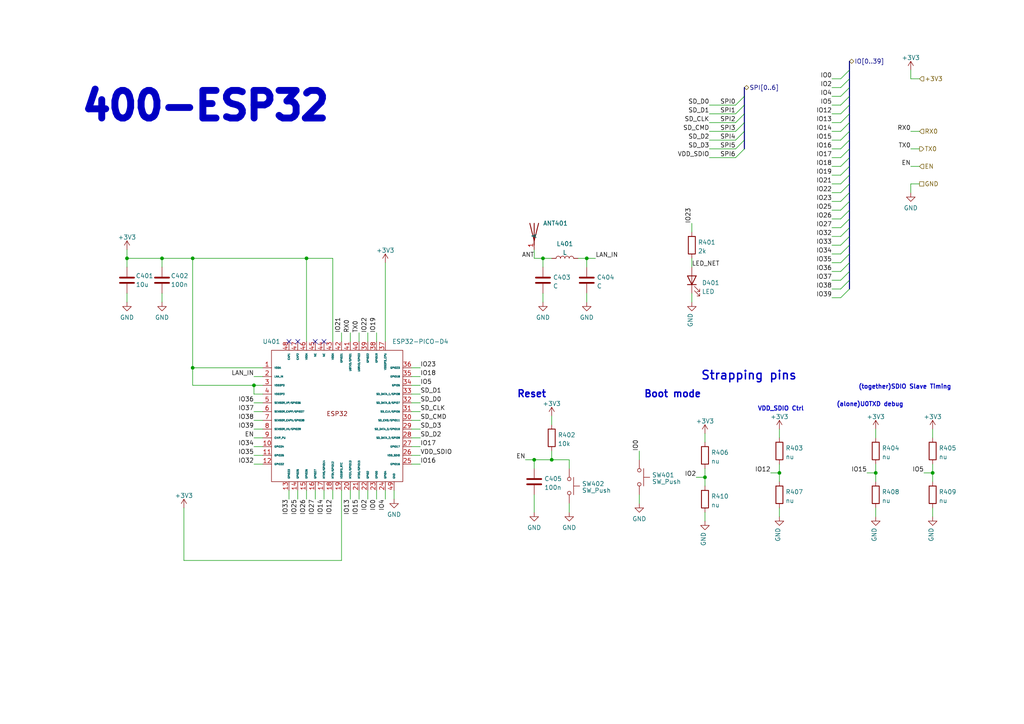
<source format=kicad_sch>
(kicad_sch (version 20230121) (generator eeschema)
  (paper "A4")
  (title_block (title "PSoM - ESP32_PICO_D4") (date "2024-04-17") (rev "HW00") (company "PumaCorp") (comment 1 "Design by: LG for NdG"))
  (lib_symbols
    (symbol "Component lib:2450AT18A100E" (pin_names (offset 0.762))
      (property "Reference" "ANT" (at 6.35 10.16 0))
      (property "Value" "2450AT18A100E" (at 6.35 7.62 0))
      (symbol "2450AT18A100E_0_1"
        (polyline (pts (xy 0 7.62) (xy 0 1.27)) (stroke (width 0.254)))
        (polyline (pts (xy 1.27 7.62) (xy 0 2.54) (xy -1.27 7.62)) (stroke (width 0.254)))
      )
      (symbol "2450AT18A100E_1_1"
        (pin input line (at 0 0 90) (length 2.54) (name "A") (number "1"))
      )
    )
    (symbol "Component lib:C" (pin_numbers hide) (pin_names (offset 0.254))
      (property "Reference" "C" (at 0.635 -1.27 0))
      (property "Value" "C" (at 0.635 -6.35 0))
      (symbol "C_0_1"
        (polyline (pts (xy -2.032 -4.572) (xy 2.032 -4.572)) (stroke (width 0.508)))
        (polyline (pts (xy -2.032 -3.048) (xy 2.032 -3.048)) (stroke (width 0.508)))
      )
      (symbol "C_1_1"
        (pin passive line (at 0 0 270) (length 2.794) (name "~") (number "1"))
        (pin passive line (at 0 -7.62 90) (length 2.794) (name "~") (number "2"))
      )
    )
    (symbol "Component lib:L" (pin_numbers hide) (pin_names (offset 1.016) hide)
      (property "Reference" "L" (at 3.81 -1.27 0))
      (property "Value" "L" (at 3.81 1.905 0))
      (symbol "L_0_1"
        (arc (start 2.54 0) (mid 1.905 0.6323) (end 1.27 0))
        (arc (start 3.81 0) (mid 3.175 0.6323) (end 2.54 0))
        (arc (start 5.08 0) (mid 4.445 0.6323) (end 3.81 0))
        (arc (start 6.35 0) (mid 5.715 0.6323) (end 5.08 0))
      )
      (symbol "L_1_1"
        (pin passive line (at 0 0 0) (length 1.27) (name "1") (number "1"))
        (pin passive line (at 7.62 0 180) (length 1.27) (name "2") (number "2"))
      )
    )
    (symbol "Component lib:LED" (pin_numbers hide) (pin_names (offset 1.016) hide)
      (property "Reference" "D" (at 3.81 2.54 0))
      (property "Value" "LED" (at 3.81 -2.54 0))
      (symbol "LED_0_1"
        (polyline (pts (xy 2.54 -1.27) (xy 2.54 1.27)) (stroke (width 0.254)))
        (polyline (pts (xy 2.54 0) (xy 5.08 0)))
        (polyline (pts (xy 5.08 -1.27) (xy 5.08 1.27) (xy 2.54 0) (xy 5.08 -1.27)) (stroke (width 0.254)))
        (polyline (pts (xy 0.762 -0.762) (xy -0.762 -2.286) (xy 0 -2.286) (xy -0.762 -2.286) (xy -0.762 -1.524)))
        (polyline (pts (xy 2.032 -0.762) (xy 0.508 -2.286) (xy 1.27 -2.286) (xy 0.508 -2.286) (xy 0.508 -1.524)))
      )
      (symbol "LED_1_1"
        (pin passive line (at 0 0 0) (length 2.54) (name "K") (number "1"))
        (pin passive line (at 7.62 0 180) (length 2.54) (name "A") (number "2"))
      )
    )
    (symbol "Component lib:R" (pin_numbers hide) (pin_names (offset 0))
      (property "Reference" "R" (at 2.032 -3.81 90))
      (property "Value" "R" (at 0 -3.81 90))
      (symbol "R_0_1"
        (rectangle (start -1.016 -6.35) (end 1.016 -1.27) (stroke (width 0.254)))
      )
      (symbol "R_1_1"
        (pin passive line (at 0 0 270) (length 1.27) (name "~") (number "1"))
        (pin passive line (at 0 -7.62 90) (length 1.27) (name "~") (number "2"))
      )
    )
    (symbol "Component_lib:ESP32-PICO-D4" (pin_names (offset 0.762))
      (property "Reference" "U" (at 17.78 -10.16 0))
      (property "Value" "ESP32-PICO-D4" (at 37.465 6.985 0))
      (symbol "ESP32-PICO-D4_0_0"
        (text "ESP32" (at 21.59 -13.335 0) (effects (font (size 1.27 1.27))))
      )
      (symbol "ESP32-PICO-D4_0_1"
        (rectangle (start 2.54 5.08) (end 40.64 -33.02))
      )
      (symbol "ESP32-PICO-D4_1_1"
        (pin power_in line (at 0 0 0) (length 2.54) (name "VDDA") (number "1"))
        (pin bidirectional line (at 0 -22.86 0) (length 2.54) (name "GPIO34") (number "10"))
        (pin bidirectional line (at 0 -25.4 0) (length 2.54) (name "GPIO35") (number "11"))
        (pin bidirectional line (at 0 -27.94 0) (length 2.54) (name "GPIO32") (number "12"))
        (pin bidirectional line (at 7.62 -35.56 90) (length 2.54) (name "GPIO33") (number "13"))
        (pin bidirectional line (at 10.16 -35.56 90) (length 2.54) (name "GPIO25") (number "14"))
        (pin bidirectional line (at 12.7 -35.56 90) (length 2.54) (name "GPIO26") (number "15"))
        (pin bidirectional line (at 15.24 -35.56 90) (length 2.54) (name "GPIO27") (number "16"))
        (pin bidirectional line (at 17.78 -35.56 90) (length 2.54) (name "MTMS/GPIO14") (number "17"))
        (pin bidirectional line (at 20.32 -35.56 90) (length 2.54) (name "MTDI/GPIO12") (number "18"))
        (pin power_in line (at 22.86 -35.56 90) (length 2.54) (name "VDD3P3_RTC") (number "19"))
        (pin bidirectional line (at 0 -2.54 0) (length 2.54) (name "LNA_IN") (number "2"))
        (pin bidirectional line (at 25.4 -35.56 90) (length 2.54) (name "MTCK/GPIO13") (number "20"))
        (pin bidirectional line (at 27.94 -35.56 90) (length 2.54) (name "MTDO/GPIO15") (number "21"))
        (pin bidirectional line (at 30.48 -35.56 90) (length 2.54) (name "GPIO2") (number "22"))
        (pin bidirectional line (at 33.02 -35.56 90) (length 2.54) (name "GPIO0") (number "23"))
        (pin bidirectional line (at 35.56 -35.56 90) (length 2.54) (name "GPIO4") (number "24"))
        (pin bidirectional line (at 43.18 -27.94 180) (length 2.54) (name "GPIO16") (number "25"))
        (pin power_in line (at 43.18 -25.4 180) (length 2.54) (name "VDD_SDIO") (number "26"))
        (pin bidirectional line (at 43.18 -22.86 180) (length 2.54) (name "GPIO17") (number "27"))
        (pin bidirectional line (at 43.18 -20.32 180) (length 2.54) (name "SD_DATA_2/GPIO9") (number "28"))
        (pin bidirectional line (at 43.18 -17.78 180) (length 2.54) (name "SD_DATA_3/GPIO10") (number "29"))
        (pin power_in line (at 0 -5.08 0) (length 2.54) (name "VDD3P3") (number "3"))
        (pin bidirectional line (at 43.18 -15.24 180) (length 2.54) (name "SD_CMD/GPIO11") (number "30"))
        (pin bidirectional line (at 43.18 -12.7 180) (length 2.54) (name "SD_CLK/GPIO6") (number "31"))
        (pin bidirectional line (at 43.18 -10.16 180) (length 2.54) (name "SD_DATA_0/GPIO7") (number "32"))
        (pin bidirectional line (at 43.18 -7.62 180) (length 2.54) (name "SD_DATA_1/GPIO8") (number "33"))
        (pin bidirectional line (at 43.18 -5.08 180) (length 2.54) (name "GPIO5") (number "34"))
        (pin bidirectional line (at 43.18 -2.54 180) (length 2.54) (name "GPIO18") (number "35"))
        (pin bidirectional line (at 43.18 0 180) (length 2.54) (name "GPIO23") (number "36"))
        (pin power_in line (at 35.56 7.62 270) (length 2.54) (name "VDD3P3_CPU") (number "37"))
        (pin bidirectional line (at 33.02 7.62 270) (length 2.54) (name "GPIO19") (number "38"))
        (pin bidirectional line (at 30.48 7.62 270) (length 2.54) (name "GPIO22") (number "39"))
        (pin power_in line (at 0 -7.62 0) (length 2.54) (name "VDD3P3") (number "4"))
        (pin bidirectional line (at 27.94 7.62 270) (length 2.54) (name "U0RXD/GPIO3") (number "40"))
        (pin bidirectional line (at 25.4 7.62 270) (length 2.54) (name "U0TXD/GPIO1") (number "41"))
        (pin bidirectional line (at 22.86 7.62 270) (length 2.54) (name "GPIO21") (number "42"))
        (pin power_in line (at 20.32 7.62 270) (length 2.54) (name "VDDA") (number "43"))
        (pin power_in line (at 17.78 7.62 270) (length 2.54) (name "NC") (number "44"))
        (pin bidirectional line (at 15.24 7.62 270) (length 2.54) (name "NC") (number "45"))
        (pin power_in line (at 12.7 7.62 270) (length 2.54) (name "VDDA") (number "46"))
        (pin bidirectional line (at 10.16 7.62 270) (length 2.54) (name "CAP2") (number "47"))
        (pin bidirectional line (at 7.62 7.62 270) (length 2.54) (name "CAP1") (number "48"))
        (pin power_in line (at 38.1 -35.56 90) (length 2.54) (name "GND") (number "49"))
        (pin bidirectional line (at 0 -10.16 0) (length 2.54) (name "SENSOR_VP/GPIO36") (number "5"))
        (pin bidirectional line (at 0 -12.7 0) (length 2.54) (name "SENSOR_CAPP/GPIO37") (number "6"))
        (pin bidirectional line (at 0 -15.24 0) (length 2.54) (name "SENSOR_CAPN/GPIO38") (number "7"))
        (pin bidirectional line (at 0 -17.78 0) (length 2.54) (name "SENSOR_VN/GPIO39") (number "8"))
        (pin bidirectional line (at 0 -20.32 0) (length 2.54) (name "CHIP_PU") (number "9"))
      )
    )
    (symbol "Switch:SW_Push" (pin_numbers hide) (pin_names (offset 1.016) hide)
      (property "Reference" "SW" (at 1.27 2.54 0))
      (property "Value" "SW_Push" (at 0 -1.524 0))
      (symbol "SW_Push_0_1"
        (circle (center -2.032 0) (radius 0.508))
        (polyline (pts (xy 0 1.27) (xy 0 3.048)))
        (polyline (pts (xy 2.54 1.27) (xy -2.54 1.27)))
        (circle (center 2.032 0) (radius 0.508))
        (pin passive line (at -5.08 0 0) (length 2.54) (name "1") (number "1"))
        (pin passive line (at 5.08 0 180) (length 2.54) (name "2") (number "2"))
      )
    )
    (symbol "power:+3V3" (power) (pin_names (offset 0))
      (property "Value" "+3V3" (at 0 3.556 0))
      (symbol "+3V3_0_1"
        (polyline (pts (xy -0.762 1.27) (xy 0 2.54)))
        (polyline (pts (xy 0 0) (xy 0 2.54)))
        (polyline (pts (xy 0 2.54) (xy 0.762 1.27)))
      )
      (symbol "+3V3_1_1"
        (pin power_in line (at 0 0 90) (length 0) hide (name "+3V3") (number "1"))
      )
    )
    (symbol "power:GND" (power) (pin_names (offset 0))
      (property "Value" "GND" (at 0 -3.81 0))
      (symbol "GND_0_1"
        (polyline (pts (xy 0 0) (xy 0 -1.27) (xy 1.27 -1.27) (xy 0 -2.54) (xy -1.27 -1.27) (xy 0 -1.27)))
      )
      (symbol "GND_1_1"
        (pin power_in line (at 0 0 270) (length 0) hide (name "GND") (number "1"))
      )
    )
  )
  (junction (at 46.99 74.93))
  (junction (at 154.94 133.35))
  (junction (at 36.83 74.93))
  (junction (at 160.02 133.35))
  (junction (at 170.18 74.93))
  (junction (at 55.88 106.68))
  (junction (at 157.48 74.93))
  (junction (at 254 137.16))
  (junction (at 226.06 137.16))
  (junction (at 88.9 74.93))
  (junction (at 55.88 74.93))
  (junction (at 204.47 138.43))
  (junction (at 270.51 137.16))
  (junction (at 73.66 111.76))
  (no_connect (at 91.44 99.06))
  (no_connect (at 83.82 99.06))
  (no_connect (at 93.98 99.06))
  (no_connect (at 86.36 99.06))
  (bus_entry (at 243.84 30.48) (size 2.54 -2.54))
  (bus_entry (at 243.84 38.1) (size 2.54 -2.54))
  (bus_entry (at 243.84 43.18) (size 2.54 -2.54))
  (bus_entry (at 213.36 43.18) (size 2.54 -2.54))
  (bus_entry (at 243.84 55.88) (size 2.54 -2.54))
  (bus_entry (at 243.84 53.34) (size 2.54 -2.54))
  (bus_entry (at 243.84 33.02) (size 2.54 -2.54))
  (bus_entry (at 243.84 66.04) (size 2.54 -2.54))
  (bus_entry (at 243.84 81.28) (size 2.54 -2.54))
  (bus_entry (at 243.84 45.72) (size 2.54 -2.54))
  (bus_entry (at 213.36 45.72) (size 2.54 -2.54))
  (bus_entry (at 243.84 58.42) (size 2.54 -2.54))
  (bus_entry (at 243.84 40.64) (size 2.54 -2.54))
  (bus_entry (at 243.84 71.12) (size 2.54 -2.54))
  (bus_entry (at 213.36 35.56) (size 2.54 -2.54))
  (bus_entry (at 243.84 60.96) (size 2.54 -2.54))
  (bus_entry (at 243.84 78.74) (size 2.54 -2.54))
  (bus_entry (at 243.84 86.36) (size 2.54 -2.54))
  (bus_entry (at 213.36 38.1) (size 2.54 -2.54))
  (bus_entry (at 243.84 68.58) (size 2.54 -2.54))
  (bus_entry (at 243.84 76.2) (size 2.54 -2.54))
  (bus_entry (at 243.84 35.56) (size 2.54 -2.54))
  (bus_entry (at 213.36 40.64) (size 2.54 -2.54))
  (bus_entry (at 243.84 73.66) (size 2.54 -2.54))
  (bus_entry (at 243.84 25.4) (size 2.54 -2.54))
  (bus_entry (at 243.84 83.82) (size 2.54 -2.54))
  (bus_entry (at 243.84 22.86) (size 2.54 -2.54))
  (bus_entry (at 213.36 30.48) (size 2.54 -2.54))
  (bus_entry (at 243.84 48.26) (size 2.54 -2.54))
  (bus_entry (at 243.84 50.8) (size 2.54 -2.54))
  (bus_entry (at 243.84 27.94) (size 2.54 -2.54))
  (bus_entry (at 243.84 63.5) (size 2.54 -2.54))
  (bus_entry (at 213.36 33.02) (size 2.54 -2.54))
  (wire (pts (xy 264.16 48.26) (xy 266.7 48.26)))
  (bus (pts (xy 246.38 33.02) (xy 246.38 35.56)))
  (bus (pts (xy 246.38 53.34) (xy 246.38 55.88)))
  (wire (pts (xy 241.3 40.64) (xy 243.84 40.64)))
  (wire (pts (xy 55.88 74.93) (xy 55.88 106.68)))
  (bus (pts (xy 246.38 60.96) (xy 246.38 63.5)))
  (wire (pts (xy 154.94 143.51) (xy 154.94 148.59)))
  (wire (pts (xy 106.68 144.78) (xy 106.68 142.24)))
  (wire (pts (xy 109.22 96.52) (xy 109.22 99.06)))
  (wire (pts (xy 73.66 111.76) (xy 76.2 111.76)))
  (wire (pts (xy 104.14 142.24) (xy 104.14 144.78)))
  (wire (pts (xy 101.6 142.24) (xy 101.6 144.78)))
  (wire (pts (xy 264.16 22.86) (xy 266.7 22.86)))
  (bus (pts (xy 246.38 43.18) (xy 246.38 45.72)))
  (wire (pts (xy 264.16 38.1) (xy 266.7 38.1)))
  (wire (pts (xy 73.66 132.08) (xy 76.2 132.08)))
  (wire (pts (xy 86.36 144.78) (xy 86.36 142.24)))
  (wire (pts (xy 241.3 48.26) (xy 243.84 48.26)))
  (bus (pts (xy 246.38 40.64) (xy 246.38 43.18)))
  (bus (pts (xy 246.38 63.5) (xy 246.38 66.04)))
  (wire (pts (xy 204.47 135.89) (xy 204.47 138.43)))
  (wire (pts (xy 241.3 68.58) (xy 243.84 68.58)))
  (wire (pts (xy 241.3 43.18) (xy 243.84 43.18)))
  (wire (pts (xy 264.16 20.32) (xy 264.16 22.86)))
  (wire (pts (xy 170.18 85.09) (xy 170.18 87.63)))
  (wire (pts (xy 205.74 45.72) (xy 213.36 45.72)))
  (wire (pts (xy 243.84 81.28) (xy 241.3 81.28)))
  (wire (pts (xy 46.99 74.93) (xy 46.99 77.47)))
  (bus (pts (xy 246.38 76.2) (xy 246.38 78.74)))
  (wire (pts (xy 36.83 72.39) (xy 36.83 74.93)))
  (wire (pts (xy 96.52 74.93) (xy 88.9 74.93)))
  (wire (pts (xy 251.46 137.16) (xy 254 137.16)))
  (bus (pts (xy 246.38 50.8) (xy 246.38 53.34)))
  (wire (pts (xy 241.3 60.96) (xy 243.84 60.96)))
  (wire (pts (xy 241.3 33.02) (xy 243.84 33.02)))
  (wire (pts (xy 241.3 55.88) (xy 243.84 55.88)))
  (wire (pts (xy 241.3 53.34) (xy 243.84 53.34)))
  (wire (pts (xy 119.38 109.22) (xy 121.92 109.22)))
  (wire (pts (xy 154.94 72.39) (xy 154.94 74.93)))
  (wire (pts (xy 73.66 121.92) (xy 76.2 121.92)))
  (wire (pts (xy 241.3 35.56) (xy 243.84 35.56)))
  (wire (pts (xy 101.6 96.52) (xy 101.6 99.06)))
  (wire (pts (xy 270.51 147.32) (xy 270.51 149.86)))
  (wire (pts (xy 270.51 137.16) (xy 270.51 139.7)))
  (wire (pts (xy 119.38 119.38) (xy 121.92 119.38)))
  (wire (pts (xy 241.3 58.42) (xy 243.84 58.42)))
  (bus (pts (xy 246.38 48.26) (xy 246.38 50.8)))
  (wire (pts (xy 241.3 27.94) (xy 243.84 27.94)))
  (wire (pts (xy 243.84 76.2) (xy 241.3 76.2)))
  (wire (pts (xy 204.47 138.43) (xy 204.47 140.97)))
  (wire (pts (xy 119.38 111.76) (xy 121.92 111.76)))
  (wire (pts (xy 73.66 127) (xy 76.2 127)))
  (bus (pts (xy 246.38 20.32) (xy 246.38 22.86)))
  (wire (pts (xy 165.1 146.05) (xy 165.1 148.59)))
  (wire (pts (xy 254 137.16) (xy 254 139.7)))
  (wire (pts (xy 154.94 74.93) (xy 157.48 74.93)))
  (bus (pts (xy 246.38 45.72) (xy 246.38 48.26)))
  (wire (pts (xy 201.93 138.43) (xy 204.47 138.43)))
  (wire (pts (xy 241.3 45.72) (xy 243.84 45.72)))
  (wire (pts (xy 205.74 38.1) (xy 213.36 38.1)))
  (wire (pts (xy 200.66 64.77) (xy 200.66 67.31)))
  (bus (pts (xy 246.38 68.58) (xy 246.38 71.12)))
  (wire (pts (xy 157.48 85.09) (xy 157.48 87.63)))
  (wire (pts (xy 170.18 74.93) (xy 170.18 77.47)))
  (bus (pts (xy 215.9 35.56) (xy 215.9 38.1)))
  (wire (pts (xy 119.38 129.54) (xy 121.92 129.54)))
  (wire (pts (xy 119.38 116.84) (xy 121.92 116.84)))
  (bus (pts (xy 215.9 25.4) (xy 215.9 27.94)))
  (wire (pts (xy 243.84 83.82) (xy 241.3 83.82)))
  (bus (pts (xy 246.38 38.1) (xy 246.38 40.64)))
  (wire (pts (xy 170.18 74.93) (xy 172.72 74.93)))
  (bus (pts (xy 246.38 35.56) (xy 246.38 38.1)))
  (wire (pts (xy 226.06 147.32) (xy 226.06 149.86)))
  (wire (pts (xy 73.66 119.38) (xy 76.2 119.38)))
  (wire (pts (xy 119.38 124.46) (xy 121.92 124.46)))
  (wire (pts (xy 241.3 50.8) (xy 243.84 50.8)))
  (wire (pts (xy 241.3 30.48) (xy 243.84 30.48)))
  (wire (pts (xy 36.83 74.93) (xy 46.99 74.93)))
  (bus (pts (xy 246.38 17.78) (xy 246.38 20.32)))
  (wire (pts (xy 91.44 144.78) (xy 91.44 142.24)))
  (wire (pts (xy 83.82 144.78) (xy 83.82 142.24)))
  (bus (pts (xy 246.38 25.4) (xy 246.38 27.94)))
  (wire (pts (xy 119.38 134.62) (xy 121.92 134.62)))
  (wire (pts (xy 241.3 66.04) (xy 243.84 66.04)))
  (wire (pts (xy 73.66 124.46) (xy 76.2 124.46)))
  (wire (pts (xy 160.02 120.65) (xy 160.02 123.19)))
  (bus (pts (xy 215.9 40.64) (xy 215.9 43.18)))
  (wire (pts (xy 205.74 30.48) (xy 213.36 30.48)))
  (wire (pts (xy 254 134.62) (xy 254 137.16)))
  (wire (pts (xy 241.3 63.5) (xy 243.84 63.5)))
  (bus (pts (xy 246.38 30.48) (xy 246.38 33.02)))
  (wire (pts (xy 157.48 74.93) (xy 160.02 74.93)))
  (wire (pts (xy 241.3 38.1) (xy 243.84 38.1)))
  (wire (pts (xy 270.51 134.62) (xy 270.51 137.16)))
  (wire (pts (xy 119.38 106.68) (xy 121.92 106.68)))
  (wire (pts (xy 53.34 147.32) (xy 53.34 162.56)))
  (wire (pts (xy 264.16 53.34) (xy 266.7 53.34)))
  (wire (pts (xy 226.06 137.16) (xy 226.06 139.7)))
  (wire (pts (xy 73.66 109.22) (xy 76.2 109.22)))
  (wire (pts (xy 205.74 43.18) (xy 213.36 43.18)))
  (wire (pts (xy 53.34 162.56) (xy 99.06 162.56)))
  (wire (pts (xy 205.74 35.56) (xy 213.36 35.56)))
  (wire (pts (xy 46.99 74.93) (xy 55.88 74.93)))
  (wire (pts (xy 96.52 74.93) (xy 96.52 99.06)))
  (wire (pts (xy 226.06 134.62) (xy 226.06 137.16)))
  (wire (pts (xy 185.42 130.81) (xy 185.42 133.35)))
  (wire (pts (xy 55.88 74.93) (xy 88.9 74.93)))
  (wire (pts (xy 73.66 129.54) (xy 76.2 129.54)))
  (wire (pts (xy 114.3 142.24) (xy 114.3 144.78)))
  (wire (pts (xy 76.2 114.3) (xy 73.66 114.3)))
  (wire (pts (xy 205.74 40.64) (xy 213.36 40.64)))
  (wire (pts (xy 157.48 77.47) (xy 157.48 74.93)))
  (wire (pts (xy 226.06 124.46) (xy 226.06 127)))
  (wire (pts (xy 154.94 133.35) (xy 160.02 133.35)))
  (wire (pts (xy 119.38 121.92) (xy 121.92 121.92)))
  (wire (pts (xy 241.3 86.36) (xy 243.84 86.36)))
  (wire (pts (xy 88.9 144.78) (xy 88.9 142.24)))
  (wire (pts (xy 267.97 137.16) (xy 270.51 137.16)))
  (wire (pts (xy 106.68 96.52) (xy 106.68 99.06)))
  (wire (pts (xy 204.47 148.59) (xy 204.47 151.13)))
  (wire (pts (xy 119.38 114.3) (xy 121.92 114.3)))
  (wire (pts (xy 241.3 22.86) (xy 243.84 22.86)))
  (wire (pts (xy 111.76 144.78) (xy 111.76 142.24)))
  (wire (pts (xy 167.64 74.93) (xy 170.18 74.93)))
  (wire (pts (xy 264.16 55.88) (xy 264.16 53.34)))
  (wire (pts (xy 96.52 144.78) (xy 96.52 142.24)))
  (wire (pts (xy 119.38 127) (xy 121.92 127)))
  (bus (pts (xy 246.38 55.88) (xy 246.38 58.42)))
  (bus (pts (xy 215.9 33.02) (xy 215.9 35.56)))
  (wire (pts (xy 160.02 133.35) (xy 165.1 133.35)))
  (wire (pts (xy 73.66 116.84) (xy 76.2 116.84)))
  (wire (pts (xy 99.06 142.24) (xy 99.06 162.56)))
  (wire (pts (xy 205.74 33.02) (xy 213.36 33.02)))
  (wire (pts (xy 223.52 137.16) (xy 226.06 137.16)))
  (wire (pts (xy 270.51 124.46) (xy 270.51 127)))
  (bus (pts (xy 215.9 27.94) (xy 215.9 30.48)))
  (wire (pts (xy 99.06 96.52) (xy 99.06 99.06)))
  (wire (pts (xy 73.66 134.62) (xy 76.2 134.62)))
  (wire (pts (xy 88.9 74.93) (xy 88.9 99.06)))
  (wire (pts (xy 119.38 132.08) (xy 121.92 132.08)))
  (bus (pts (xy 215.9 38.1) (xy 215.9 40.64)))
  (bus (pts (xy 215.9 30.48) (xy 215.9 33.02)))
  (wire (pts (xy 55.88 106.68) (xy 76.2 106.68)))
  (wire (pts (xy 93.98 144.78) (xy 93.98 142.24)))
  (wire (pts (xy 36.83 85.09) (xy 36.83 87.63)))
  (wire (pts (xy 46.99 85.09) (xy 46.99 87.63)))
  (wire (pts (xy 104.14 96.52) (xy 104.14 99.06)))
  (wire (pts (xy 36.83 77.47) (xy 36.83 74.93)))
  (wire (pts (xy 160.02 130.81) (xy 160.02 133.35)))
  (wire (pts (xy 185.42 143.51) (xy 185.42 146.05)))
  (wire (pts (xy 243.84 78.74) (xy 241.3 78.74)))
  (wire (pts (xy 204.47 125.73) (xy 204.47 128.27)))
  (wire (pts (xy 200.66 74.93) (xy 200.66 77.47)))
  (bus (pts (xy 246.38 81.28) (xy 246.38 83.82)))
  (wire (pts (xy 154.94 133.35) (xy 154.94 135.89)))
  (wire (pts (xy 264.16 43.18) (xy 266.7 43.18)))
  (wire (pts (xy 111.76 76.2) (xy 111.76 99.06)))
  (bus (pts (xy 246.38 66.04) (xy 246.38 68.58)))
  (bus (pts (xy 246.38 27.94) (xy 246.38 30.48)))
  (wire (pts (xy 254 147.32) (xy 254 149.86)))
  (wire (pts (xy 152.4 133.35) (xy 154.94 133.35)))
  (wire (pts (xy 55.88 111.76) (xy 73.66 111.76)))
  (wire (pts (xy 200.66 85.09) (xy 200.66 87.63)))
  (bus (pts (xy 246.38 22.86) (xy 246.38 25.4)))
  (wire (pts (xy 73.66 114.3) (xy 73.66 111.76)))
  (wire (pts (xy 241.3 71.12) (xy 243.84 71.12)))
  (wire (pts (xy 109.22 144.78) (xy 109.22 142.24)))
  (wire (pts (xy 241.3 25.4) (xy 243.84 25.4)))
  (wire (pts (xy 55.88 106.68) (xy 55.88 111.76)))
  (bus (pts (xy 246.38 78.74) (xy 246.38 81.28)))
  (bus (pts (xy 246.38 71.12) (xy 246.38 73.66)))
  (wire (pts (xy 243.84 73.66) (xy 241.3 73.66)))
  (wire (pts (xy 254 124.46) (xy 254 127)))
  (wire (pts (xy 165.1 133.35) (xy 165.1 135.89)))
  (bus (pts (xy 246.38 58.42) (xy 246.38 60.96)))
  (bus (pts (xy 246.38 73.66) (xy 246.38 76.2)))
  (text "Boot mode\n" (at 186.69 115.57 0) (effects (font (size 2 2) (thickness 0.4) bold) (justify left bottom)))
  (text "Reset\n" (at 149.86 115.57 0) (effects (font (size 2 2) (thickness 0.4) bold) (justify left bottom)))
  (text "(together)SDIO Slave Timing" (at 248.92 113.03 0) (effects (font (size 1.25 1.25) (thickness 0.25) bold) (justify left bottom)))
  (text "400-ESP32" (at 22.86 35.56 0) (effects (font (size 8 8) (thickness 3) bold) (justify left bottom)))
  (text "Strapping pins" (at 203.2 110.49 0) (effects (font (size 2.5 2.5) (thickness 0.4) bold) (justify left bottom)))
  (text "VDD_SDIO Ctrl" (at 219.71 119.38 0) (effects (font (size 1.25 1.25) (thickness 0.25) bold) (justify left bottom)))
  (text "(alone)U0TXD debug\n" (at 242.57 118.11 0) (effects (font (size 1.25 1.25) (thickness 0.25) bold) (justify left bottom)))
  (label "IO17" (at 121.92 129.54 0))
  (label "SD_CLK" (at 121.92 119.38 0))
  (label "IO12" (at 223.52 137.16 180))
  (label "IO26" (at 88.9 144.78 270))
  (label "RX0" (at 101.6 96.52 90))
  (label "IO35" (at 241.3 76.2 180))
  (label "IO22" (at 241.3 55.88 180))
  (label "IO39" (at 241.3 86.36 180))
  (label "SPI0" (at 213.36 30.48 180))
  (label "IO18" (at 121.92 109.22 0))
  (label "TX0" (at 104.14 96.52 90))
  (label "IO37" (at 73.66 119.38 180))
  (label "IO0" (at 109.22 144.78 270))
  (label "VDD_SDIO" (at 121.92 132.08 0))
  (label "IO4" (at 241.3 27.94 180))
  (label "IO13" (at 101.6 144.78 270))
  (label "EN" (at 264.16 48.26 180))
  (label "IO32" (at 73.66 134.62 180))
  (label "SD_CLK" (at 205.74 35.56 180))
  (label "SPI1" (at 213.36 33.02 180))
  (label "EN" (at 152.4 133.35 180))
  (label "IO2" (at 201.93 138.43 180))
  (label "IO33" (at 83.82 144.78 270))
  (label "TX0" (at 264.16 43.18 180))
  (label "IO25" (at 86.36 144.78 270))
  (label "SPI5" (at 213.36 43.18 180))
  (label "IO14" (at 93.98 144.78 270))
  (label "IO15" (at 104.14 144.78 270))
  (label "IO27" (at 241.3 66.04 180))
  (label "IO38" (at 73.66 121.92 180))
  (label "IO22" (at 106.68 96.52 90))
  (label "IO15" (at 241.3 40.64 180))
  (label "SD_D3" (at 205.74 43.18 180))
  (label "IO17" (at 241.3 45.72 180))
  (label "IO33" (at 241.3 71.12 180))
  (label "SD_D1" (at 121.92 114.3 0))
  (label "IO12" (at 96.52 144.78 270))
  (label "IO19" (at 241.3 50.8 180))
  (label "IO5" (at 241.3 30.48 180))
  (label "IO35" (at 73.66 132.08 180))
  (label "IO0" (at 185.42 130.81 90))
  (label "IO39" (at 73.66 124.46 180))
  (label "IO36" (at 241.3 78.74 180))
  (label "SD_D1" (at 205.74 33.02 180))
  (label "IO19" (at 109.22 96.52 90))
  (label "IO16" (at 241.3 43.18 180))
  (label "LAN_IN" (at 73.66 109.22 180))
  (label "LAN_IN" (at 172.72 74.93 0))
  (label "SD_CMD" (at 121.92 121.92 0))
  (label "IO25" (at 241.3 60.96 180))
  (label "IO18" (at 241.3 48.26 180))
  (label "IO0" (at 241.3 22.86 180))
  (label "SPI4" (at 213.36 40.64 180))
  (label "IO21" (at 99.06 96.52 90))
  (label "SD_CMD" (at 205.74 38.1 180))
  (label "SD_D2" (at 121.92 127 0))
  (label "IO34" (at 241.3 73.66 180))
  (label "SPI3" (at 213.36 38.1 180))
  (label "IO36" (at 73.66 116.84 180))
  (label "IO15" (at 251.46 137.16 180))
  (label "IO23" (at 200.66 64.77 90))
  (label "IO13" (at 241.3 35.56 180))
  (label "SD_D0" (at 121.92 116.84 0))
  (label "SPI2" (at 213.36 35.56 180))
  (label "IO4" (at 111.76 144.78 270))
  (label "IO32" (at 241.3 68.58 180))
  (label "IO37" (at 241.3 81.28 180))
  (label "IO21" (at 241.3 53.34 180))
  (label "LED_NET" (at 200.66 77.47 0))
  (label "IO38" (at 241.3 83.82 180))
  (label "SD_D2" (at 205.74 40.64 180))
  (label "EN" (at 73.66 127 180))
  (label "IO12" (at 241.3 33.02 180))
  (label "RX0" (at 264.16 38.1 180))
  (label "VDD_SDIO" (at 205.74 45.72 180))
  (label "SPI6" (at 213.36 45.72 180))
  (label "IO2" (at 241.3 25.4 180))
  (label "IO2" (at 106.68 144.78 270))
  (label "IO16" (at 121.92 134.62 0))
  (label "IO5" (at 121.92 111.76 0))
  (label "IO26" (at 241.3 63.5 180))
  (label "SD_D0" (at 205.74 30.48 180))
  (label "SD_D3" (at 121.92 124.46 0))
  (label "IO27" (at 91.44 144.78 270))
  (label "ANT" (at 154.94 74.93 180))
  (label "IO23" (at 241.3 58.42 180))
  (label "IO14" (at 241.3 38.1 180))
  (label "IO34" (at 73.66 129.54 180))
  (label "IO23" (at 121.92 106.68 0))
  (label "IO5" (at 267.97 137.16 180))
  (hierarchical_label "+3V3" (shape input) (at 266.7 22.86 0))
  (hierarchical_label "IO[0..39]" (shape bidirectional) (at 246.38 17.78 0))
  (hierarchical_label "SPI[0..6]" (shape bidirectional) (at 215.9 25.4 0))
  (hierarchical_label "GND" (shape passive) (at 266.7 53.34 0))
  (hierarchical_label "EN" (shape input) (at 266.7 48.26 0))
  (hierarchical_label "TX0" (shape output) (at 266.7 43.18 0))
  (hierarchical_label "RX0" (shape input) (at 266.7 38.1 0))
  (symbol (lib_id "power:GND") (at 270.51 149.86 0) (unit 1)
    (property "Reference" "#PWR0422" (effects hide))
    (property "Value" "GND" (at 270.0762 153.035 90) (effects (justify right)))
  )
  (symbol (lib_id "power:+3V3") (at 264.16 20.32 0) (unit 1)
    (property "Reference" "#PWR0401" (effects hide))
    (property "Value" "+3V3" (at 264.16 16.7442 0))
  )
  (symbol (lib_id "power:+3V3") (at 254 124.46 0) (unit 1)
    (property "Reference" "#PWR0412" (effects hide))
    (property "Value" "+3V3" (at 254 120.8842 0))
  )
  (symbol (lib_id "power:GND") (at 170.18 87.63 0) (unit 1)
    (property "Reference" "#PWR0408" (effects hide))
    (property "Value" "GND" (at 170.18 92.0734 0))
    (instances (project "ESP_PicoD4_SoM_HW00" (path "" (reference "#PWR0408") (unit 1))) (project "PMK_Keyboard" (path "" (reference "#PWR0414") (unit 1))))
  )
  (symbol (lib_id "Component lib:R") (at 254 127 0) (unit 1)
    (property "Reference" "R404" (at 255.778 129.9753 0) (effects (justify left)))
    (property "Value" "nu" (at 255.778 132.5122 0) (effects (justify left)))
    (property "Footprint" "Resistor_SMD:R_0201_0603Metric" (effects hide))
  )
  (symbol (lib_id "Component lib:R") (at 270.51 139.7 0) (unit 1)
    (property "Reference" "R409" (at 272.288 142.6753 0) (effects (justify left)))
    (property "Value" "nu" (at 272.288 145.2122 0) (effects (justify left)))
    (property "Footprint" "Resistor_SMD:R_0201_0603Metric" (effects hide))
  )
  (symbol (lib_id "power:+3V3") (at 36.83 72.39 0) (unit 1)
    (property "Reference" "#PWR0403" (effects hide))
    (property "Value" "+3V3" (at 36.83 68.8142 0))
    (instances (project "ESP_PicoD4_SoM_HW00" (path "" (reference "#PWR0403") (unit 1))) (project "PMK_Keyboard" (path "" (reference "#PWR0408") (unit 1))))
  )
  (symbol (lib_id "power:+3V3") (at 226.06 124.46 0) (unit 1)
    (property "Reference" "#PWR0411" (effects hide))
    (property "Value" "+3V3" (at 226.06 120.8842 0))
    (instances (project "ESP_PicoD4_SoM_HW00" (path "" (reference "#PWR0411") (unit 1))) (project "PMK_Keyboard" (path "" (reference "#PWR0424") (unit 1))))
  )
  (symbol (lib_id "power:+3V3") (at 204.47 125.73 0) (unit 1)
    (property "Reference" "#PWR0414" (effects hide))
    (property "Value" "+3V3" (at 204.47 122.1542 0))
    (instances (project "ESP_PicoD4_SoM_HW00" (path "" (reference "#PWR0414") (unit 1))) (project "PMK_Keyboard" (path "" (reference "#PWR0423") (unit 1))))
  )
  (symbol (lib_id "Component lib:2450AT18A100E") (at 154.94 72.39 0) (unit 1)
    (property "Reference" "ANT401" (at 157.48 64.77 0) (effects (justify left)))
    (property "Value" "2450AT18A100E" (effects hide))
    (property "Footprint" "Component_lib:ANTC3216X140N" (effects hide))
    (property "Datasheet" "https://www.johansontechnology.com/datasheets/2450AT18A100/2450AT18A100.pdf" (effects hide))
    (property "Description" "Antennas 2.45GHz ANTENNA" (effects hide))
    (property "Height" "1.4" (effects hide))
    (property "Mouser Part Number" "609-2450AT18A100E" (effects hide))
    (property "Mouser Price/Stock" "https://www.mouser.co.uk/ProductDetail/Johanson-Technology/2450AT18A100E?qs=yCnrNFeXz%252BjzOYKPg7LGCw%3D%3D" (effects hide))
    (property "Manufacturer_Name" "JOHANSON TECHNOLOGY" (effects hide))
    (property "Manufacturer_Part_Number" "2450AT18A100E" (effects hide))
  )
  (symbol (lib_id "Component lib:R") (at 226.06 127 0) (unit 1)
    (property "Reference" "R403" (at 227.838 129.9753 0) (effects (justify left)))
    (property "Value" "nu" (at 227.838 132.5122 0) (effects (justify left)))
    (property "Footprint" "Resistor_SMD:R_0201_0603Metric" (effects hide))
    (instances (project "ESP_PicoD4_SoM_HW00" (path "" (reference "R403") (unit 1))) (project "PMK_Keyboard" (path "" (reference "R406") (unit 1))))
  )
  (symbol (lib_id "power:GND") (at 154.94 148.59 0) (unit 1)
    (property "Reference" "#PWR0418" (effects hide))
    (property "Value" "GND" (at 154.94 153.0334 0))
    (instances (project "ESP_PicoD4_SoM_HW00" (path "" (reference "#PWR0418") (unit 1))) (project "PMK_Keyboard" (path "" (reference "#PWR0427") (unit 1))))
  )
  (symbol (lib_id "Component lib:R") (at 204.47 128.27 0) (unit 1)
    (property "Reference" "R406" (at 206.248 131.2453 0) (effects (justify left)))
    (property "Value" "nu" (at 206.248 133.7822 0) (effects (justify left)))
    (property "Footprint" "Resistor_SMD:R_0201_0603Metric" (effects hide))
    (instances (project "ESP_PicoD4_SoM_HW00" (path "" (reference "R406") (unit 1))) (project "PMK_Keyboard" (path "" (reference "R405") (unit 1))))
  )
  (symbol (lib_id "Component lib:C") (at 170.18 77.47 0) (unit 1)
    (property "Reference" "C404" (at 173.101 80.4453 0) (effects (justify left)))
    (property "Value" "C" (at 173.101 82.9822 0) (effects (justify left)))
    (property "Footprint" "Capacitor_SMD:C_0201_0603Metric" (effects hide))
    (instances (project "ESP_PicoD4_SoM_HW00" (path "" (reference "C404") (unit 1))) (project "PMK_Keyboard" (path "" (reference "C407") (unit 1))))
  )
  (symbol (lib_id "Component lib:L") (at 160.02 74.93 0) (unit 1)
    (property "Reference" "L401" (at 163.83 70.7222 0))
    (property "Value" "L" (at 163.83 73.2591 0))
    (property "Footprint" "Inductor_SMD:L_0201_0603Metric" (effects hide))
  )
  (symbol (lib_id "power:GND") (at 36.83 87.63 0) (unit 1)
    (property "Reference" "#PWR0405" (effects hide))
    (property "Value" "GND" (at 36.83 92.0734 0))
    (instances (project "ESP_PicoD4_SoM_HW00" (path "" (reference "#PWR0405") (unit 1))) (project "PMK_Keyboard" (path "" (reference "#PWR0411") (unit 1))))
  )
  (symbol (lib_id "power:+3V3") (at 111.76 76.2 0) (unit 1)
    (property "Reference" "#PWR0404" (effects hide))
    (property "Value" "+3V3" (at 111.76 72.6242 0))
    (instances (project "ESP_PicoD4_SoM_HW00" (path "" (reference "#PWR0404") (unit 1))) (project "PMK_Keyboard" (path "" (reference "#PWR0407") (unit 1))))
  )
  (symbol (lib_id "power:GND") (at 165.1 148.59 0) (unit 1)
    (property "Reference" "#PWR0419" (effects hide))
    (property "Value" "GND" (at 165.1 153.0334 0))
    (instances (project "ESP_PicoD4_SoM_HW00" (path "" (reference "#PWR0419") (unit 1))) (project "PMK_Keyboard" (path "" (reference "#PWR0428") (unit 1))))
  )
  (symbol (lib_id "power:GND") (at 200.66 87.63 0) (unit 1)
    (property "Reference" "#PWR0409" (effects hide))
    (property "Value" "GND" (at 200.2262 90.805 90) (effects (justify right)))
    (instances (project "ESP_PicoD4_SoM_HW00" (path "" (reference "#PWR0409") (unit 1))) (project "PMK_Keyboard" (path "" (reference "#PWR0415") (unit 1))))
  )
  (symbol (lib_id "power:GND") (at 204.47 151.13 0) (unit 1)
    (property "Reference" "#PWR0423" (effects hide))
    (property "Value" "GND" (at 204.0362 154.305 90) (effects (justify right)))
    (instances (project "ESP_PicoD4_SoM_HW00" (path "" (reference "#PWR0423") (unit 1))) (project "PMK_Keyboard" (path "" (reference "#PWR0430") (unit 1))))
  )
  (symbol (lib_id "Component lib:R") (at 270.51 127 0) (unit 1)
    (property "Reference" "R405" (at 272.288 129.9753 0) (effects (justify left)))
    (property "Value" "nu" (at 272.288 132.5122 0) (effects (justify left)))
    (property "Footprint" "Resistor_SMD:R_0201_0603Metric" (effects hide))
  )
  (symbol (lib_id "Component_lib:ESP32-PICO-D4") (at 76.2 106.68 0) (unit 1)
    (property "Reference" "U401" (at 78.74 99.06 0))
    (property "Value" "ESP32-PICO-D4" (at 121.92 99.06 0))
    (property "Footprint" "ESP32-PICO-D4_1" (effects hide))
    (property "Datasheet" "http://www.espressif.com/sites/default/files/documentation/esp32-pico-d4_datasheet_en.pdf" (effects hide))
    (property "Description" "ESP32-PICO-D4 module" (effects hide))
    (property "Mouser Part Number" "356-ESP32-PICO-D4" (effects hide))
    (property "Mouser Price/Stock" "https://www.mouser.co.uk/ProductDetail/Espressif-Systems/ESP32-PICO-D4?qs=MLItCLRbWsw7MJlbN3HfdA%3D%3D" (effects hide))
    (property "Manufacturer_Name" "Espressif Systems" (effects hide))
    (property "Manufacturer_Part_Number" "ESP32-PICO-D4" (effects hide))
  )
  (symbol (lib_id "Component lib:C") (at 157.48 77.47 0) (unit 1)
    (property "Reference" "C403" (at 160.401 80.4453 0) (effects (justify left)))
    (property "Value" "C" (at 160.401 82.9822 0) (effects (justify left)))
    (property "Footprint" "Capacitor_SMD:C_0201_0603Metric" (effects hide))
    (instances (project "ESP_PicoD4_SoM_HW00" (path "" (reference "C403") (unit 1))) (project "PMK_Keyboard" (path "" (reference "C406") (unit 1))))
  )
  (symbol (lib_id "power:GND") (at 226.06 149.86 0) (unit 1)
    (property "Reference" "#PWR0420" (effects hide))
    (property "Value" "GND" (at 225.6262 153.035 90) (effects (justify right)))
    (instances (project "ESP_PicoD4_SoM_HW00" (path "" (reference "#PWR0420") (unit 1))) (project "PMK_Keyboard" (path "" (reference "#PWR0431") (unit 1))))
  )
  (symbol (lib_id "power:+3V3") (at 160.02 120.65 0) (unit 1)
    (property "Reference" "#PWR0410" (effects hide))
    (property "Value" "+3V3" (at 160.02 117.0742 0))
    (instances (project "ESP_PicoD4_SoM_HW00" (path "" (reference "#PWR0410") (unit 1))) (project "PMK_Keyboard" (path "" (reference "#PWR0421") (unit 1))))
  )
  (symbol (lib_id "Component lib:C") (at 154.94 135.89 0) (unit 1)
    (property "Reference" "C405" (at 157.861 138.8653 0) (effects (justify left)))
    (property "Value" "100n" (at 157.861 141.4022 0) (effects (justify left)))
    (property "Footprint" "Capacitor_SMD:C_0201_0603Metric" (effects hide))
    (instances (project "ESP_PicoD4_SoM_HW00" (path "" (reference "C405") (unit 1))) (project "PMK_Keyboard" (path "" (reference "C414") (unit 1))))
  )
  (symbol (lib_id "power:GND") (at 264.16 55.88 0) (unit 1)
    (property "Reference" "#PWR0402" (effects hide))
    (property "Value" "GND" (at 264.16 60.3234 0))
    (instances (project "ESP_PicoD4_SoM_HW00" (path "" (reference "#PWR0402") (unit 1))) (project "PMK_Keyboard" (path "" (reference "#PWR0403") (unit 1))))
  )
  (symbol (lib_id "power:GND") (at 254 149.86 0) (unit 1)
    (property "Reference" "#PWR0421" (effects hide))
    (property "Value" "GND" (at 253.5662 153.035 90) (effects (justify right)))
  )
  (symbol (lib_id "power:+3V3") (at 270.51 124.46 0) (unit 1)
    (property "Reference" "#PWR0413" (effects hide))
    (property "Value" "+3V3" (at 270.51 120.8842 0))
  )
  (symbol (lib_id "Component lib:C") (at 36.83 77.47 0) (unit 1)
    (property "Reference" "C401" (at 39.37 80.01 0) (effects (justify left)))
    (property "Value" "10u" (at 39.37 82.55 0) (effects (justify left)))
    (property "Footprint" "Capacitor_SMD:C_0201_0603Metric" (effects hide))
    (instances (project "ESP_PicoD4_SoM_HW00" (path "" (reference "C401") (unit 1))) (project "PMK_Keyboard" (path "" (reference "C404") (unit 1))))
  )
  (symbol (lib_id "power:GND") (at 157.48 87.63 0) (unit 1)
    (property "Reference" "#PWR0407" (effects hide))
    (property "Value" "GND" (at 157.48 92.0734 0))
    (instances (project "ESP_PicoD4_SoM_HW00" (path "" (reference "#PWR0407") (unit 1))) (project "PMK_Keyboard" (path "" (reference "#PWR0413") (unit 1))))
  )
  (symbol (lib_id "Component lib:R") (at 226.06 139.7 0) (unit 1)
    (property "Reference" "R407" (at 227.838 142.6753 0) (effects (justify left)))
    (property "Value" "nu" (at 227.838 145.2122 0) (effects (justify left)))
    (property "Footprint" "Resistor_SMD:R_0201_0603Metric" (effects hide))
    (instances (project "ESP_PicoD4_SoM_HW00" (path "" (reference "R407") (unit 1))) (project "PMK_Keyboard" (path "" (reference "R408") (unit 1))))
  )
  (symbol (lib_id "power:+3V3") (at 53.34 147.32 0) (unit 1)
    (property "Reference" "#PWR0417" (effects hide))
    (property "Value" "+3V3" (at 53.34 143.7442 0))
    (instances (project "ESP_PicoD4_SoM_HW00" (path "" (reference "#PWR0417") (unit 1))) (project "PMK_Keyboard" (path "" (reference "#PWR0433") (unit 1))))
  )
  (symbol (lib_id "Component lib:LED") (at 200.66 85.09 90) (unit 1)
    (property "Reference" "D401" (at 203.581 82.0328 90) (effects (justify right)))
    (property "Value" "LED" (at 203.581 84.5697 90) (effects (justify right)))
    (property "Footprint" "LED_SMD:LED_0402_1005Metric" (effects hide))
  )
  (symbol (lib_id "power:GND") (at 114.3 144.78 0) (unit 1)
    (property "Reference" "#PWR0415" (effects hide))
    (property "Value" "GND" (at 114.3 149.2234 0))
    (instances (project "ESP_PicoD4_SoM_HW00" (path "" (reference "#PWR0415") (unit 1))) (project "PMK_Keyboard" (path "" (reference "#PWR0432") (unit 1))))
  )
  (symbol (lib_id "Component lib:C") (at 46.99 77.47 0) (unit 1)
    (property "Reference" "C402" (at 49.53 80.0131 0) (effects (justify left)))
    (property "Value" "100n" (at 49.53 82.55 0) (effects (justify left)))
    (property "Footprint" "Capacitor_SMD:C_0201_0603Metric" (effects hide))
    (instances (project "ESP_PicoD4_SoM_HW00" (path "" (reference "C402") (unit 1))) (project "PMK_Keyboard" (path "" (reference "C405") (unit 1))))
  )
  (symbol (lib_id "Component lib:R") (at 160.02 123.19 0) (unit 1)
    (property "Reference" "R402" (at 161.798 126.1653 0) (effects (justify left)))
    (property "Value" "10k" (at 161.798 128.7022 0) (effects (justify left)))
    (property "Footprint" "Resistor_SMD:R_0201_0603Metric" (effects hide))
    (instances (project "ESP_PicoD4_SoM_HW00" (path "" (reference "R402") (unit 1))) (project "PMK_Keyboard" (path "" (reference "R403") (unit 1))))
  )
  (symbol (lib_id "Component lib:R") (at 200.66 67.31 0) (unit 1)
    (property "Reference" "R401" (at 202.438 70.2853 0) (effects (justify left)))
    (property "Value" "2k" (at 202.438 72.8222 0) (effects (justify left)))
    (property "Footprint" "Resistor_SMD:R_0402_1005Metric" (effects hide))
    (instances (project "ESP_PicoD4_SoM_HW00" (path "" (reference "R401") (unit 1))) (project "PMK_Keyboard" (path "" (reference "R402") (unit 1))))
  )
  (symbol (lib_id "power:GND") (at 185.42 146.05 0) (unit 1)
    (property "Reference" "#PWR0416" (effects hide))
    (property "Value" "GND" (at 185.42 150.4934 0))
    (instances (project "ESP_PicoD4_SoM_HW00" (path "" (reference "#PWR0416") (unit 1))) (project "PMK_Keyboard" (path "" (reference "#PWR0429") (unit 1))))
  )
  (symbol (lib_id "Component lib:R") (at 204.47 140.97 0) (unit 1)
    (property "Reference" "R410" (at 206.248 143.9453 0) (effects (justify left)))
    (property "Value" "nu" (at 206.248 146.4822 0) (effects (justify left)))
    (property "Footprint" "Resistor_SMD:R_0201_0603Metric" (effects hide))
    (instances (project "ESP_PicoD4_SoM_HW00" (path "" (reference "R410") (unit 1))) (project "PMK_Keyboard" (path "" (reference "R407") (unit 1))))
  )
  (symbol (lib_id "Switch:SW_Push") (at 185.42 138.43 270) (unit 1)
    (property "Reference" "SW401" (at 189.103 137.7863 90) (effects (justify left)))
    (property "Value" "SW_Push" (at 189.103 139.7073 90) (effects (justify left)))
    (property "Footprint" "Component_lib:B3U-1000P" (effects hide))
  )
  (symbol (lib_id "Switch:SW_Push") (at 165.1 140.97 270) (unit 1)
    (property "Reference" "SW402" (at 168.783 140.3263 90) (effects (justify left)))
    (property "Value" "SW_Push" (at 168.783 142.2473 90) (effects (justify left)))
    (property "Footprint" "Component_lib:B3U-1000P" (effects hide))
  )
  (symbol (lib_id "Component lib:R") (at 254 139.7 0) (unit 1)
    (property "Reference" "R408" (at 255.778 142.6753 0) (effects (justify left)))
    (property "Value" "nu" (at 255.778 145.2122 0) (effects (justify left)))
    (property "Footprint" "Resistor_SMD:R_0201_0603Metric" (effects hide))
  )
  (symbol (lib_id "power:GND") (at 46.99 87.63 0) (unit 1)
    (property "Reference" "#PWR0406" (effects hide))
    (property "Value" "GND" (at 46.99 92.0734 0))
    (instances (project "ESP_PicoD4_SoM_HW00" (path "" (reference "#PWR0406") (unit 1))) (project "PMK_Keyboard" (path "" (reference "#PWR0412") (unit 1))))
  )
)
</source>
